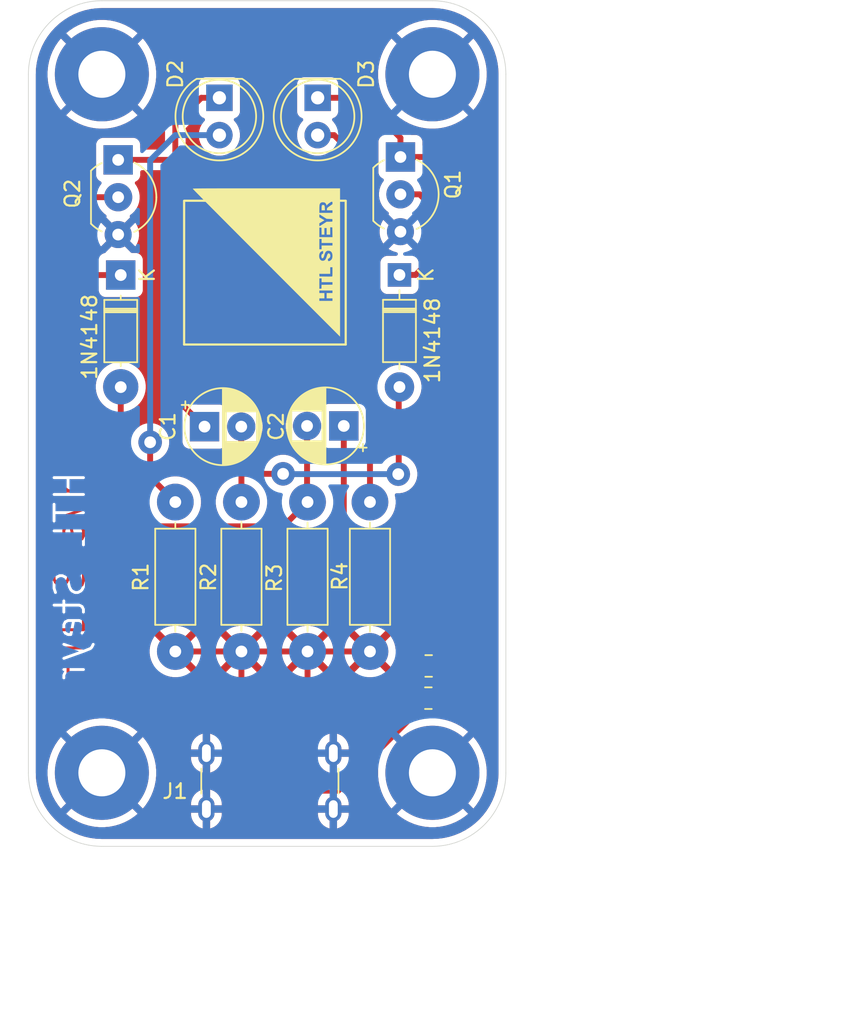
<source format=kicad_pcb>
(kicad_pcb (version 20241229) (generator "pcbnew") (generator_version "9.0")
  (title_block (title "Blinki mit USB-C") (date "2026-02-01") (rev "1") (company "HTL-Steyr") (comment 1 "Gerrit Mitterhuemer"))
  (layers (0 "F.Cu" signal) (2 "B.Cu" signal) (13 "F.Paste" user) (15 "B.Paste" user) (5 "F.SilkS" user "F.Silkscreen") (7 "B.SilkS" user "B.Silkscreen") (1 "F.Mask" user) (3 "B.Mask" user) (25 "Edge.Cuts" user))
  (net 0 "")
  (net 1 "Net-(D1-A)")
  (net 2 "Net-(D2-K)")
  (net 3 "Net-(D4-A)")
  (net 4 "Net-(D3-K)")
  (net 5 "Net-(D1-K)")
  (net 6 "Net-(D2-A)")
  (net 7 "Net-(D3-A)")
  (net 8 "Net-(D4-K)")
  (net 9 "VCC")
  (net 10 "Net-(J1-CC1)")
  (net 11 "Net-(J1-CC2)")
  (net 12 "GND")
  (footprint "Capacitor_THT:CP_Radial_D5.0mm_P2.50mm" (layer "F.Cu") (at 142.767296 91.124301 180)
    (property "Reference" "C2" (at 4.60466 -0.036848 270) (layer "F.SilkS"))
    (property "Value" "22µ")
    (pad "1" thru_hole rect (at 0 0 180) (size 2 2) (drill 0.8) (layers "*.Cu" "*.Mask") (net 4 "Net-(D3-K)"))
    (pad "2" thru_hole circle (at 2.5 0 180) (size 1.92 1.92) (drill 0.8) (layers "*.Cu" "*.Mask") (net 3 "Net-(D4-A)"))
  )
  (footprint "Resistor_THT:R_Axial_DIN0207_L6.3mm_D2.5mm_P10.16mm_Horizontal" (layer "F.Cu") (at 140.3 96.3 -90)
    (property "Reference" "R3" (at 5.167038 2.258304 90) (layer "F.SilkS"))
    (property "Value" "39k" (hide yes))
    (pad "1" thru_hole circle (at 0 0 270) (size 2.5 2.5) (drill 0.8) (layers "*.Cu" "*.Mask") (net 3 "Net-(D4-A)"))
    (pad "2" thru_hole circle (at 10.16 0 270) (size 2.5 2.5) (drill 0.8) (layers "*.Cu" "*.Mask") (net 9 "VCC"))
  )
  (footprint "LED_THT:LED_D5.0mm" (layer "F.Cu") (at 140.98845 68.81 -90)
    (property "Reference" "D3" (at -1.6 -3.31155 270) (layer "F.SilkS"))
    (property "Value" "LED")
    (pad "1" thru_hole rect (at 0 0 270) (size 1.8 1.8) (drill 0.9) (layers "*.Cu" "*.Mask") (net 4 "Net-(D3-K)"))
    (pad "2" thru_hole circle (at 2.54 0 270) (size 1.8 1.8) (drill 0.9) (layers "*.Cu" "*.Mask") (net 7 "Net-(D3-A)"))
  )
  (footprint "MountingHole:MountingHole_3.2mm_M3_Pad" (layer "F.Cu") (at 148.8 67.21)
    (property "Reference" "H2" (hide yes))
    (property "Value" "MountingHole_Pad")
    (pad "1" thru_hole circle (at 0 0) (size 6.4 6.4) (drill 3.2) (layers "*.Cu" "*.Mask") (net 12 "GND"))
  )
  (footprint "MountingHole:MountingHole_3.2mm_M3_Pad" (layer "F.Cu") (at 126.3 67.21)
    (property "Reference" "H1" (hide yes))
    (property "Value" "MountingHole_Pad")
    (pad "1" thru_hole circle (at 0 0) (size 6.4 6.4) (drill 3.2) (layers "*.Cu" "*.Mask") (net 12 "GND"))
  )
  (footprint "Resistor_THT:R_Axial_DIN0207_L6.3mm_D2.5mm_P10.16mm_Horizontal" (layer "F.Cu") (at 144.55 96.3 -90)
    (property "Reference" "R4" (at 5.052736 2.050535 90) (layer "F.SilkS"))
    (property "Value" "680" (hide yes))
    (pad "1" thru_hole circle (at 0 0 270) (size 2.5 2.5) (drill 0.8) (layers "*.Cu" "*.Mask") (net 7 "Net-(D3-A)"))
    (pad "2" thru_hole circle (at 10.16 0 270) (size 2.5 2.5) (drill 0.8) (layers "*.Cu" "*.Mask") (net 9 "VCC"))
  )
  (footprint "Package_TO_SOT_THT:TO-92_Inline_Wide" (layer "F.Cu") (at 146.623887 72.835783 -90)
    (property "Reference" "Q1" (at 1.874217 -3.575243 90) (layer "F.SilkS"))
    (property "Value" "BC337")
    (pad "1" thru_hole rect (at 0 0 270) (size 2 2) (drill 0.8) (layers "*.Cu" "*.Mask") (net 4 "Net-(D3-K)"))
    (pad "2" thru_hole circle (at 2.540004 0.000003 270) (size 1.92 1.92) (drill 0.8) (layers "*.Cu" "*.Mask") (net 5 "Net-(D1-K)"))
    (pad "3" thru_hole circle (at 5.08 0 270) (size 1.84 1.84) (drill 0.8) (layers "*.Cu" "*.Mask") (net 12 "GND"))
  )
  (footprint "Resistor_THT:R_Axial_DIN0207_L6.3mm_D2.5mm_P10.16mm_Horizontal" (layer "F.Cu") (at 135.8 106.46 90)
    (property "Reference" "R2" (at 5.050113 -2.244649 270) (layer "F.SilkS"))
    (property "Value" "39k" (hide yes))
    (pad "1" thru_hole circle (at 0 0 90) (size 2.5 2.5) (drill 0.8) (layers "*.Cu" "*.Mask") (net 9 "VCC"))
    (pad "2" thru_hole circle (at 10.16 0 90) (size 2.5 2.5) (drill 0.8) (layers "*.Cu" "*.Mask") (net 1 "Net-(D1-A)"))
  )
  (footprint "Resistor_SMD:R_0805_2012Metric_Pad1.20x1.40mm_HandSolder" (layer "F.Cu") (at 148.545 107.445 180)
    (property "Reference" "RSMD2" (hide yes))
    (property "Value" "5k1")
    (pad "1" smd roundrect (at -1 0 180) (size 1.2 1.4) (layers "F.Cu" "F.Mask" "F.Paste") (roundrect_rratio 0.208333) (net 12 "GND"))
    (pad "2" smd roundrect (at 1 0 180) (size 1.2 1.4) (layers "F.Cu" "F.Mask" "F.Paste") (roundrect_rratio 0.208333) (net 11 "Net-(J1-CC2)"))
  )
  (footprint "Resistor_SMD:R_0805_2012Metric_Pad1.20x1.40mm_HandSolder" (layer "F.Cu") (at 148.525 109.635 180)
    (property "Reference" "RSMD1" (hide yes))
    (property "Value" "5k1")
    (pad "1" smd roundrect (at -1 0 180) (size 1.2 1.4) (layers "F.Cu" "F.Mask" "F.Paste") (roundrect_rratio 0.208333) (net 12 "GND"))
    (pad "2" smd roundrect (at 1 0 180) (size 1.2 1.4) (layers "F.Cu" "F.Mask" "F.Paste") (roundrect_rratio 0.208333) (net 10 "Net-(J1-CC1)"))
  )
  (footprint "Capacitor_THT:CP_Radial_D5.0mm_P2.50mm" (layer "F.Cu") (at 133.287361 91.171142)
    (property "Reference" "C1" (at -2.5 0 90) (layer "F.SilkS"))
    (property "Value" "22µ" (hide yes))
    (pad "1" thru_hole rect (at 0 0) (size 2 2) (drill 0.8) (layers "*.Cu" "*.Mask") (net 2 "Net-(D2-K)"))
    (pad "2" thru_hole circle (at 2.5 0) (size 1.92 1.92) (drill 0.8) (layers "*.Cu" "*.Mask") (net 1 "Net-(D1-A)"))
  )
  (footprint "MountingHole:MountingHole_3.2mm_M3_Pad" (layer "F.Cu") (at 126.3 114.71)
    (property "Reference" "H4" (hide yes))
    (property "Value" "MountingHole_Pad")
    (pad "1" thru_hole circle (at 0 0) (size 6.4 6.4) (drill 3.2) (layers "*.Cu" "*.Mask") (net 12 "GND"))
  )
  (footprint "Graphik:htl" (layer "F.Cu") (at 137.921327 80.470032 90)
    (property "Reference" "G***" (hide yes))
    (property "Value" "LOGO" (hide yes))
  )
  (footprint "Package_TO_SOT_THT:TO-92_Inline_Wide" (layer "F.Cu") (at 127.408837 73.030785 -90)
    (property "Reference" "Q2" (at 2.3 3.108837 90) (layer "F.SilkS"))
    (property "Value" "BC337")
    (pad "1" thru_hole rect (at 0 0 270) (size 2 2) (drill 0.8) (layers "*.Cu" "*.Mask") (net 2 "Net-(D2-K)"))
    (pad "2" thru_hole circle (at 2.54 0 270) (size 1.92 1.92) (drill 0.8) (layers "*.Cu" "*.Mask") (net 8 "Net-(D4-K)"))
    (pad "3" thru_hole circle (at 5.08 0 270) (size 1.84 1.84) (drill 0.8) (layers "*.Cu" "*.Mask") (net 12 "GND"))
  )
  (footprint "Diode_THT:D_DO-35_SOD27_P7.62mm_Horizontal" (layer "F.Cu") (at 127.583837 80.863406 -90)
    (property "Reference" "D4" (hide yes))
    (property "Value" "1N4148" (at 4.205027 2.12327 90) (layer "F.SilkS"))
    (fp_text user "K" (at 0 -1.8 90) (layer "F.SilkS"))
    (pad "1" thru_hole rect (at 0 0 270) (size 2 2) (drill 0.8) (layers "*.Cu" "*.Mask") (net 8 "Net-(D4-K)"))
    (pad "2" thru_hole oval (at 7.62 0 270) (size 2.4 2.4) (drill 0.8 (offset -0.02 0)) (layers "*.Cu" "*.Mask") (net 3 "Net-(D4-A)"))
  )
  (footprint "Resistor_THT:R_Axial_DIN0207_L6.3mm_D2.5mm_P10.16mm_Horizontal" (layer "F.Cu") (at 131.3 96.3 -90)
    (property "Reference" "R1" (at 5.109887 2.345296 90) (layer "F.SilkS"))
    (property "Value" "680" (hide yes))
    (pad "1" thru_hole circle (at 0 0 270) (size 2.5 2.5) (drill 0.8) (layers "*.Cu" "*.Mask") (net 6 "Net-(D2-A)"))
    (pad "2" thru_hole circle (at 10.16 0 270) (size 2.5 2.5) (drill 0.8) (layers "*.Cu" "*.Mask") (net 9 "VCC"))
  )
  (footprint "LED_THT:LED_D5.0mm" (layer "F.Cu") (at 134.3 68.81 -90)
    (property "Reference" "D2" (at -1.6 3 270) (layer "F.SilkS"))
    (property "Value" "LED")
    (pad "1" thru_hole rect (at 0 0 270) (size 1.8 1.8) (drill 0.9) (layers "*.Cu" "*.Mask") (net 2 "Net-(D2-K)"))
    (pad "2" thru_hole circle (at 2.54 0 270) (size 1.8 1.8) (drill 0.9) (layers "*.Cu" "*.Mask") (net 6 "Net-(D2-A)"))
  )
  (footprint "MountingHole:MountingHole_3.2mm_M3_Pad" (layer "F.Cu") (at 148.8 114.71)
    (property "Reference" "H3" (hide yes))
    (property "Value" "MountingHole_Pad")
    (pad "1" thru_hole circle (at 0 0) (size 6.4 6.4) (drill 3.2) (layers "*.Cu" "*.Mask") (net 12 "GND"))
  )
  (footprint "Diode_THT:D_DO-35_SOD27_P7.62mm_Horizontal" (layer "F.Cu") (at 146.556958 80.85554 -90)
    (property "Reference" "D1" (hide yes))
    (property "Value" "1N4148" (at 4.45 -2.243042 90) (layer "F.SilkS"))
    (fp_text user "K" (at 0 -1.8 90) (layer "F.SilkS"))
    (pad "1" thru_hole rect (at 0 0 270) (size 1.6 1.6) (drill 0.8) (layers "*.Cu" "*.Mask") (net 5 "Net-(D1-K)"))
    (pad "2" thru_hole circle (at 7.62 0 270) (size 2 2) (drill 0.8) (layers "*.Cu" "*.Mask") (net 1 "Net-(D1-A)"))
  )
  (footprint "Lib:USB_C_Receptacle_GCT_USB4125-xx-x-0190_6P_TopMnt_Horizontal" (layer "F.Cu") (at 137.735 116.375)
    (property "Reference" "J1" (at -6.453039 -0.409398 0) (layer "F.SilkS"))
    (property "Value" "USB_C_Receptacle_PowerOnly_6P")
    (pad "A5" smd roundrect (at -0.5 -3.99) (size 0.7 3.02) (layers "F.Cu" "F.Mask" "F.Paste") (net 10 "Net-(J1-CC1)"))
    (pad "A9" smd roundrect (at 1.52 -3.99 180) (size 0.76 3.02) (layers "F.Cu" "F.Mask" "F.Paste") (net 9 "VCC"))
    (pad "A12" smd roundrect (at 2.75 -3.99 180) (size 0.8 3.02) (layers "F.Cu" "F.Mask" "F.Paste") (net 12 "GND"))
    (pad "B5" smd roundrect (at 0.5 -3.99 180) (size 0.7 3.02) (layers "F.Cu" "F.Mask" "F.Paste") (net 11 "Net-(J1-CC2)"))
    (pad "B9" smd roundrect (at -1.52 -3.99) (size 0.76 3.02) (layers "F.Cu" "F.Mask" "F.Paste") (net 9 "VCC"))
    (pad "B12" smd roundrect (at -2.825 -3.99) (size 0.65 3.02) (layers "F.Cu" "F.Mask" "F.Paste") (net 12 "GND"))
    (pad "S1" thru_hole oval (at -4.32 -3) (size 1.1 1.7) (drill oval 0.6 1.2) (layers "*.Cu" "*.Mask" "F.Paste") (net 12 "GND"))
    (pad "S1" thru_hole oval (at -4.32 0.8) (size 1.1 1.7) (drill oval 0.6 1.2) (layers "*.Cu" "*.Mask" "F.Paste") (net 12 "GND"))
    (pad "S1" thru_hole oval (at 4.32 -3) (size 1.1 1.7) (drill oval 0.6 1.2) (layers "*.Cu" "*.Mask" "F.Paste") (net 12 "GND"))
    (pad "S1" thru_hole oval (at 4.32 0.8) (size 1.1 1.7) (drill oval 0.6 1.2) (layers "*.Cu" "*.Mask" "F.Paste") (net 12 "GND"))
  )
  (gr_line (start 142.9 75.81) (end 131.9 75.81) (stroke (width 0.15)) (layer "F.SilkS"))
  (gr_line (start 142.898132 85.587334) (end 142.898132 75.837334) (stroke (width 0.15)) (layer "F.SilkS"))
  (gr_line (start 131.898132 75.837334) (end 131.898132 85.587334) (stroke (width 0.15)) (layer "F.SilkS"))
  (gr_line (start 131.898132 85.587334) (end 142.898132 85.587334) (stroke (width 0.15)) (layer "F.SilkS"))
  (gr_arc (start 126.3 119.71) (mid 122.764466 118.245534) (end 121.3 114.71) (stroke (width 0.05)) (layer "Edge.Cuts"))
  (gr_arc (start 148.8 62.21) (mid 152.335534 63.674466) (end 153.8 67.21) (stroke (width 0.05)) (layer "Edge.Cuts"))
  (gr_line (start 153.8 114.71) (end 153.8 67.21) (stroke (width 0.05)) (layer "Edge.Cuts"))
  (gr_line (start 121.3 67.21) (end 121.3 114.71) (stroke (width 0.05)) (layer "Edge.Cuts"))
  (gr_line (start 148.8 62.21) (end 126.3 62.21) (stroke (width 0.05)) (layer "Edge.Cuts"))
  (gr_arc (start 153.8 114.71) (mid 152.335534 118.245534) (end 148.8 119.71) (stroke (width 0.05)) (layer "Edge.Cuts"))
  (gr_line (start 126.3 119.71) (end 148.8 119.71) (stroke (width 0.05)) (layer "Edge.Cuts"))
  (gr_arc (start 121.3 67.21) (mid 122.764466 63.674466) (end 126.3 62.21) (stroke (width 0.05)) (layer "Edge.Cuts"))
  (gr_text "HTL Steyr" (at 125.3 109.21 90) (layer "F.Cu") (effects (font (size 2 2) (thickness 0.2)) (justify left bottom)))
  (gr_text "HTL Steyr" (at 125.3 94.032942 90) (layer "B.Cu" knockout) (effects (font (size 2 2) (thickness 0.2)) (justify left bottom mirror)))
  (segment (start 135.787361 94.283) (end 135.787361 91.171142) (width 0.4) (layer "F.Cu") (net 1))
  (segment (start 146.506958 94.368648) (end 146.474661 94.400945) (width 0.4) (layer "F.Cu") (net 1))
  (segment (start 135.885171 94.38081) (end 135.787361 94.283) (width 0.4) (layer "F.Cu") (net 1))
  (segment (start 146.506958 88.52554) (end 146.506958 94.368648) (width 0.4) (layer "F.Cu") (net 1))
  (segment (start 135.794888 96.294888) (end 135.8 96.3) (width 0.4) (layer "F.Cu") (net 1))
  (segment (start 138.636285 94.38081) (end 135.885171 94.38081) (width 0.4) (layer "F.Cu") (net 1))
  (segment (start 146.506958 88.52554) (end 146.556958 88.47554) (width 0.4) (layer "F.Cu") (net 1))
  (segment (start 135.8 94.295639) (end 135.8 96.3) (width 0.4) (layer "F.Cu") (net 1))
  (segment (start 135.787361 94.283) (end 135.8 94.295639) (width 0.4) (layer "F.Cu") (net 1))
  (segment (start 136.000631 96.099369) (end 135.8 96.3) (width 0.4) (layer "F.Cu") (net 1))
  (via (at 138.636285 94.38081) (size 1.6) (drill 0.8) (layers "F.Cu" "B.Cu") (net 1))
  (via (at 146.474661 94.400945) (size 1.6) (drill 0.8) (layers "F.Cu" "B.Cu") (net 1))
  (segment (start 138.677434 94.421959) (end 138.636285 94.38081) (width 0.4) (layer "B.Cu") (net 1))
  (segment (start 146.474661 94.400945) (end 138.65642 94.400945) (width 0.4) (layer "B.Cu") (net 1))
  (segment (start 138.65642 94.400945) (end 138.636285 94.38081) (width 0.4) (layer "B.Cu") (net 1))
  (segment (start 131.296896 73.030785) (end 131.3 73.027681) (width 0.4) (layer "F.Cu") (net 2))
  (segment (start 131.3 73.027681) (end 131.3 70.58) (width 0.4) (layer "F.Cu") (net 2))
  (segment (start 127.408837 73.030785) (end 131.296896 73.030785) (width 0.4) (layer "F.Cu") (net 2))
  (segment (start 131.3 89.21) (end 133.261142 91.171142) (width 0.4) (layer "F.Cu") (net 2))
  (segment (start 133.261142 91.171142) (end 133.287361 91.171142) (width 0.4) (layer "F.Cu") (net 2))
  (segment (start 127.508837 73.130785) (end 127.408837 73.030785) (width 0.4) (layer "F.Cu") (net 2))
  (segment (start 133.07 68.81) (end 134.3 68.81) (width 0.4) (layer "F.Cu") (net 2))
  (segment (start 131.3 70.58) (end 133.07 68.81) (width 0.4) (layer "F.Cu") (net 2))
  (segment (start 131.3 73.027681) (end 131.3 89.21) (width 0.4) (layer "F.Cu") (net 2))
  (segment (start 140.267296 91.124301) (end 140.267296 96.267296) (width 0.4) (layer "F.Cu") (net 3))
  (segment (start 127.583837 88.483406) (end 127.583837 95.493837) (width 0.4) (layer "F.Cu") (net 3))
  (segment (start 127.583837 95.493837) (end 130.041 97.951) (width 0.4) (layer "F.Cu") (net 3))
  (segment (start 140.267296 96.267296) (end 140.3 96.3) (width 0.4) (layer "F.Cu") (net 3))
  (segment (start 130.041 97.951) (end 138.649 97.951) (width 0.4) (layer "F.Cu") (net 3))
  (segment (start 138.649 97.951) (end 140.3 96.3) (width 0.4) (layer "F.Cu") (net 3))
  (segment (start 143.1 99.01) (end 148.74 99.01) (width 0.4) (layer "F.Cu") (net 4))
  (segment (start 146.623887 71.533887) (end 143.9 68.81) (width 0.4) (layer "F.Cu") (net 4))
  (segment (start 142.767296 98.677296) (end 143.1 99.01) (width 0.4) (layer "F.Cu") (net 4))
  (segment (start 148.74 99.01) (end 149.265914 98.484086) (width 0.4) (layer "F.Cu") (net 4))
  (segment (start 149.265914 98.484086) (end 149.265914 73.835914) (width 0.4) (layer "F.Cu") (net 4))
  (segment (start 142.767296 91.124301) (end 142.767296 98.677296) (width 0.4) (layer "F.Cu") (net 4))
  (segment (start 143.9 68.81) (end 140.98845 68.81) (width 0.4) (layer "F.Cu") (net 4))
  (segment (start 149.265914 73.835914) (end 148.265783 72.835783) (width 0.4) (layer "F.Cu") (net 4))
  (segment (start 146.623887 72.835783) (end 146.623887 71.533887) (width 0.4) (layer "F.Cu") (net 4))
  (segment (start 148.265783 72.835783) (end 146.623887 72.835783) (width 0.4) (layer "F.Cu") (net 4))
  (segment (start 147.65446 80.85554) (end 146.556958 80.85554) (width 0.4) (layer "F.Cu") (net 5))
  (segment (start 146.643888 75.395785) (end 146.623888 75.375789) (width 0.4) (layer "F.Cu") (net 5))
  (segment (start 148.43 80.08) (end 147.65446 80.85554) (width 0.4) (layer "F.Cu") (net 5))
  (segment (start 148.43 75.87) (end 148.43 80.08) (width 0.4) (layer "F.Cu") (net 5))
  (segment (start 147.935787 75.375787) (end 148.43 75.87) (width 0.4) (layer "F.Cu") (net 5))
  (segment (start 146.623884 75.375787) (end 147.935787 75.375787) (width 0.4) (layer "F.Cu") (net 5))
  (segment (start 131.233456 96.233456) (end 131.3 96.3) (width 0.4) (layer "F.Cu") (net 6))
  (segment (start 131.3 96.3) (end 129.585824 94.585824) (width 0.4) (layer "F.Cu") (net 6))
  (segment (start 129.585824 94.585824) (end 129.585824 92.233461) (width 0.4) (layer "F.Cu") (net 6))
  (via (at 129.585824 92.233461) (size 1.6) (drill 0.8) (layers "F.Cu" "B.Cu") (net 6))
  (segment (start 129.585473 73.064527) (end 129.585473 92.23311) (width 0.4) (layer "B.Cu") (net 6))
  (segment (start 131.3 71.35) (end 129.585473 73.064527) (width 0.4) (layer "B.Cu") (net 6))
  (segment (start 134.3 71.35) (end 131.3 71.35) (width 0.4) (layer "B.Cu") (net 6))
  (segment (start 129.585473 92.23311) (end 129.585824 92.233461) (width 0.4) (layer "B.Cu") (net 6))
  (segment (start 143.8 73.04) (end 143.8 87.21) (width 0.4) (layer "F.Cu") (net 7))
  (segment (start 142.11 71.35) (end 143.8 73.04) (width 0.4) (layer "F.Cu") (net 7))
  (segment (start 143.8 87.21) (end 144.55 87.96) (width 0.4) (layer "F.Cu") (net 7))
  (segment (start 140.98845 71.35) (end 142.11 71.35) (width 0.4) (layer "F.Cu") (net 7))
  (segment (start 144.55 87.96) (end 144.55 96.3) (width 0.4) (layer "F.Cu") (net 7))
  (segment (start 125.581837 75.570785) (end 127.408837 75.570785) (width 0.4) (layer "F.Cu") (net 8))
  (segment (start 125.3 80.590704) (end 125.3 75.852622) (width 0.4) (layer "F.Cu") (net 8))
  (segment (start 127.408837 75.570785) (end 127.758837 75.220785) (width 0.4) (layer "F.Cu") (net 8))
  (segment (start 125.572702 80.863406) (end 125.3 80.590704) (width 0.4) (layer "F.Cu") (net 8))
  (segment (start 125.3 75.852622) (end 125.581837 75.570785) (width 0.4) (layer "F.Cu") (net 8))
  (segment (start 127.583837 80.863406) (end 125.572702 80.863406) (width 0.4) (layer "F.Cu") (net 8))
  (segment (start 139.255 109.755) (end 140.3 108.71) (width 0.4) (layer "F.Cu") (net 9))
  (segment (start 135.8 106.46) (end 138.045608 106.46) (width 0.4) (layer "F.Cu") (net 9))
  (segment (start 138.045608 106.46) (end 140.3 106.46) (width 0.4) (layer "F.Cu") (net 9))
  (segment (start 140.32 106.48) (end 140.3 106.46) (width 0.4) (layer "F.Cu") (net 9))
  (segment (start 140.59 106.5) (end 140.55 106.46) (width 0.4) (layer "F.Cu") (net 9))
  (segment (start 131.3 106.46) (end 135.8 106.46) (width 0.4) (layer "F.Cu") (net 9))
  (segment (start 135.8 106.46) (end 135.8 109.535) (width 0.4) (layer "F.Cu") (net 9))
  (segment (start 144.55 106.46) (end 140.3 106.46) (width 0.4) (layer "F.Cu") (net 9))
  (segment (start 136.215 109.95) (end 136.215 112.385) (width 0.4) (layer "F.Cu") (net 9))
  (segment (start 135.8 109.535) (end 136.215 109.95) (width 0.4) (layer "F.Cu") (net 9))
  (segment (start 140.3 108.71) (end 140.3 106.46) (width 0.4) (layer "F.Cu") (net 9))
  (segment (start 139.255 112.385) (end 139.255 109.755) (width 0.4) (layer "F.Cu") (net 9))
  (segment (start 135.8 106.46) (end 136.5 107.16) (width 0.4) (layer "F.Cu") (net 9))
  (segment (start 138.06 106.474392) (end 138.045608 106.46) (width 0.4) (layer "F.Cu") (net 9))
  (segment (start 141.165083 116) (end 141.166083 115.999) (width 0.25) (layer "F.Cu") (net 10))
  (segment (start 147.308416 111.109) (end 147.316 111.109) (width 0.25) (layer "F.Cu") (net 10))
  (segment (start 141.166083 115.999) (end 142.417851 115.999) (width 0.25) (layer "F.Cu") (net 10))
  (segment (start 137.235 112.385) (end 137.235 115.145) (width 0.25) (layer "F.Cu") (net 10))
  (segment (start 147.525 110.9) (end 147.525 109.635) (width 0.25) (layer "F.Cu") (net 10))
  (segment (start 138.09 116) (end 141.165083 116) (width 0.25) (layer "F.Cu") (net 10))
  (segment (start 137.235 115.145) (end 138.09 116) (width 0.25) (layer "F.Cu") (net 10))
  (segment (start 147.316 111.109) (end 147.525 110.9) (width 0.25) (layer "F.Cu") (net 10))
  (segment (start 142.417851 115.999) (end 142.418134 115.999282) (width 0.25) (layer "F.Cu") (net 10))
  (segment (start 142.418134 115.999282) (end 147.308416 111.109) (width 0.25) (layer "F.Cu") (net 10))
  (segment (start 146.89842 108.534) (end 146.524 108.90842) (width 0.25) (layer "F.Cu") (net 11))
  (segment (start 147.366 108.534) (end 146.89842 108.534) (width 0.25) (layer "F.Cu") (net 11))
  (segment (start 138.27 112.42) (end 138.235 112.385) (width 0.25) (layer "F.Cu") (net 11))
  (segment (start 147.545 107.445) (end 147.545 108.355) (width 0.25) (layer "F.Cu") (net 11))
  (segment (start 147.545 108.355) (end 147.366 108.534) (width 0.25) (layer "F.Cu") (net 11))
  (segment (start 146.524 108.90842) (end 146.524 111.255606) (width 0.25) (layer "F.Cu") (net 11))
  (segment (start 142.231605 115.548) (end 139.023 115.548) (width 0.25) (layer "F.Cu") (net 11))
  (segment (start 138.27 114.795) (end 138.27 112.42) (width 0.25) (layer "F.Cu") (net 11))
  (segment (start 146.524 111.255606) (end 142.231605 115.548) (width 0.25) (layer "F.Cu") (net 11))
  (segment (start 139.023 115.548) (end 138.27 114.795) (width 0.25) (layer "F.Cu") (net 11))
  (segment (start 134.91 113.065) (end 134.625 113.35) (width 0.4) (layer "F.Cu") (net 12))
  (segment (start 134.91 112.385) (end 134.91 113.065) (width 0.4) (layer "F.Cu") (net 12))
  (segment (start 127.758837 77.760785) (end 127.408837 78.110785) (width 0.4) (layer "F.Cu") (net 12))
  (segment (start 140.485 112.385) (end 140.485 113.375) (width 0.4) (layer "F.Cu") (net 12))
  (segment (start 134.625 113.35) (end 133.44 113.35) (width 0.4) (layer "F.Cu") (net 12))
  (segment (start 133.44 113.35) (end 133.415 113.375) (width 0.4) (layer "F.Cu") (net 12))
  (segment (start 140.485 113.375) (end 142.055 113.375) (width 0.4) (layer "F.Cu") (net 12))
  (zone (net 9) (net_name "VCC") (layer "F.Cu") (priority 1) (connect_pads (clearance 0.5)) (min_thickness 0.25) (fill yes (thermal_gap 0.5) (thermal_bridge_width 0.5))
    (polygon (pts (xy 129.3 105.21) (xy 130.3 104.21) (xy 146.3 104.21) (xy 147.3 105.21) (xy 147.3 107.21) (xy 146.3 108.21) (xy 141.3 108.21) (xy 140.3 108.21) (xy 139.3 113.21) (xy 136.3 113.21) (xy 135.05 108.21) (xy 130.3 108.21) (xy 129.3 107.21)))
  )
  (zone (net 12) (net_name "GND") (layers "F.Cu" "B.Cu") (connect_pads (clearance 0.5)) (min_thickness 0.25) (fill yes (thermal_gap 0.5) (thermal_bridge_width 0.5))
    (polygon (pts (arc (start 153.8 114.71) (mid 152.335534 118.245534) (end 148.8 119.71)) (arc (start 126.3 119.71) (mid 122.764466 118.245534) (end 121.3 114.71)) (arc (start 121.3 67.21) (mid 122.764466 63.674466) (end 126.3 62.21)) (arc (start 148.8 62.21) (mid 152.335534 63.674466) (end 153.8 67.21))))
  )
)
</source>
